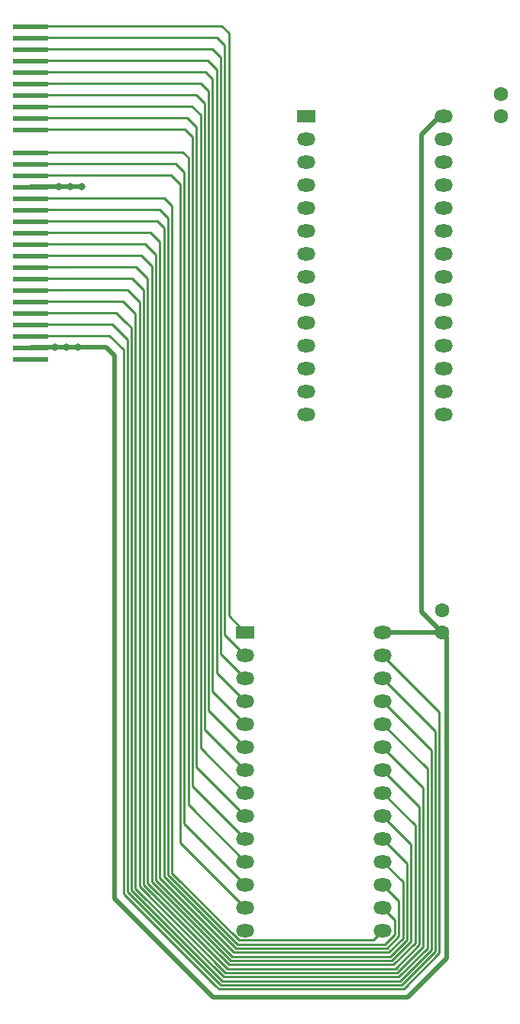
<source format=gbr>
%TF.GenerationSoftware,KiCad,Pcbnew,(5.99.0-7356-g63088e8bdb)*%
%TF.CreationDate,2020-12-15T21:10:04+08:00*%
%TF.ProjectId,Cartdrige,43617274-6472-4696-9765-2e6b69636164,rev?*%
%TF.SameCoordinates,Original*%
%TF.FileFunction,Copper,L1,Top*%
%TF.FilePolarity,Positive*%
%FSLAX46Y46*%
G04 Gerber Fmt 4.6, Leading zero omitted, Abs format (unit mm)*
G04 Created by KiCad (PCBNEW (5.99.0-7356-g63088e8bdb)) date 2020-12-15 21:10:04*
%MOMM*%
%LPD*%
G01*
G04 APERTURE LIST*
%TA.AperFunction,ConnectorPad*%
%ADD10R,4.000000X0.560000*%
%TD*%
%TA.AperFunction,ComponentPad*%
%ADD11R,2.000000X1.440000*%
%TD*%
%TA.AperFunction,ComponentPad*%
%ADD12O,2.000000X1.440000*%
%TD*%
%TA.AperFunction,ComponentPad*%
%ADD13C,1.600000*%
%TD*%
%TA.AperFunction,ViaPad*%
%ADD14C,0.800000*%
%TD*%
%TA.AperFunction,Conductor*%
%ADD15C,0.500000*%
%TD*%
%TA.AperFunction,Conductor*%
%ADD16C,0.250000*%
%TD*%
G04 APERTURE END LIST*
D10*
%TO.P,J1,1,Pin_1*%
%TO.N,/AA14*%
X112054000Y-36795000D03*
%TO.P,J1,3,Pin_3*%
%TO.N,/AA12*%
X112054000Y-38065000D03*
%TO.P,J1,5,Pin_5*%
%TO.N,/AA7*%
X112054000Y-39335000D03*
%TO.P,J1,7,Pin_7*%
%TO.N,/AA6*%
X112054000Y-40605000D03*
%TO.P,J1,9,Pin_9*%
%TO.N,/AA5*%
X112054000Y-41875000D03*
%TO.P,J1,11,Pin_11*%
%TO.N,/AA4*%
X112054000Y-43145000D03*
%TO.P,J1,13,Pin_13*%
%TO.N,/AA3*%
X112054000Y-44415000D03*
%TO.P,J1,15,Pin_15*%
%TO.N,/AA2*%
X112054000Y-45685000D03*
%TO.P,J1,17,Pin_17*%
%TO.N,/AA1*%
X112054000Y-46955000D03*
%TO.P,J1,19,Pin_19*%
%TO.N,/AA0*%
X112054000Y-48225000D03*
%TO.P,J1,23,Pin_23*%
%TO.N,/DA0*%
X112054000Y-50765000D03*
%TO.P,J1,25,Pin_25*%
%TO.N,/DA1*%
X112054000Y-52035000D03*
%TO.P,J1,27,Pin_27*%
%TO.N,/DA2*%
X112054000Y-53305000D03*
%TO.P,J1,29,Pin_29*%
%TO.N,GND*%
X112054000Y-54575000D03*
%TO.P,J1,31,Pin_31*%
%TO.N,/DA3*%
X112054000Y-55845000D03*
%TO.P,J1,33,Pin_33*%
%TO.N,/DA4*%
X112054000Y-57115000D03*
%TO.P,J1,35,Pin_35*%
%TO.N,/DA5*%
X112054000Y-58385000D03*
%TO.P,J1,37,Pin_37*%
%TO.N,/DA6*%
X112054000Y-59655000D03*
%TO.P,J1,39,Pin_39*%
%TO.N,/DA7*%
X112054000Y-60925000D03*
%TO.P,J1,41,Pin_41*%
%TO.N,CSA*%
X112054000Y-62195000D03*
%TO.P,J1,43,Pin_43*%
%TO.N,/AA10*%
X112054000Y-63465000D03*
%TO.P,J1,45,Pin_45*%
%TO.N,OEA*%
X112054000Y-64735000D03*
%TO.P,J1,47,Pin_47*%
%TO.N,/AA11*%
X112054000Y-66005000D03*
%TO.P,J1,49,Pin_49*%
%TO.N,/AA9*%
X112054000Y-67275000D03*
%TO.P,J1,51,Pin_51*%
%TO.N,/AA8*%
X112054000Y-68545000D03*
%TO.P,J1,53,Pin_53*%
%TO.N,/AA13*%
X112054000Y-69815000D03*
%TO.P,J1,55,Pin_55*%
%TO.N,WEA*%
X112054000Y-71085000D03*
%TO.P,J1,57,Pin_57*%
%TO.N,+5V*%
X112054000Y-72355000D03*
%TO.P,J1,59,Pin_59*%
%TO.N,no_connect_57*%
X112054000Y-73625000D03*
%TD*%
D11*
%TO.P,U2,1,A14*%
%TO.N,/AB14*%
X142596070Y-46737165D03*
D12*
%TO.P,U2,2,A12*%
%TO.N,/AB12*%
X142596070Y-49277165D03*
%TO.P,U2,3,A7*%
%TO.N,/AB7*%
X142596070Y-51817165D03*
%TO.P,U2,4,A6*%
%TO.N,/AB6*%
X142596070Y-54357165D03*
%TO.P,U2,5,A5*%
%TO.N,/AB5*%
X142596070Y-56897165D03*
%TO.P,U2,6,A4*%
%TO.N,/AB4*%
X142596070Y-59437165D03*
%TO.P,U2,7,A3*%
%TO.N,/AB3*%
X142596070Y-61977165D03*
%TO.P,U2,8,A2*%
%TO.N,/AB2*%
X142596070Y-64517165D03*
%TO.P,U2,9,A1*%
%TO.N,/AB1*%
X142596070Y-67057165D03*
%TO.P,U2,10,A0*%
%TO.N,/AB0*%
X142596070Y-69597165D03*
%TO.P,U2,11,D0*%
%TO.N,/DB0*%
X142596070Y-72137165D03*
%TO.P,U2,12,D1*%
%TO.N,/DB1*%
X142596070Y-74677165D03*
%TO.P,U2,13,D2*%
%TO.N,/DB2*%
X142596070Y-77217165D03*
%TO.P,U2,14,GND*%
%TO.N,GND*%
X142596070Y-79757165D03*
%TO.P,U2,15,D3*%
%TO.N,/DB3*%
X157836070Y-79757165D03*
%TO.P,U2,16,D4*%
%TO.N,/DB4*%
X157836070Y-77217165D03*
%TO.P,U2,17,D5*%
%TO.N,/DB5*%
X157836070Y-74677165D03*
%TO.P,U2,18,D6*%
%TO.N,/DB6*%
X157836070Y-72137165D03*
%TO.P,U2,19,D7*%
%TO.N,/DB7*%
X157836070Y-69597165D03*
%TO.P,U2,20,~CS*%
%TO.N,CSB*%
X157836070Y-67057165D03*
%TO.P,U2,21,A10*%
%TO.N,/AB10*%
X157836070Y-64517165D03*
%TO.P,U2,22,~OE*%
%TO.N,OEB*%
X157836070Y-61977165D03*
%TO.P,U2,23,A11*%
%TO.N,/AB11*%
X157836070Y-59437165D03*
%TO.P,U2,24,A9*%
%TO.N,/AB9*%
X157836070Y-56897165D03*
%TO.P,U2,25,A8*%
%TO.N,/AB8*%
X157836070Y-54357165D03*
%TO.P,U2,26,A13*%
%TO.N,/AB13*%
X157836070Y-51817165D03*
%TO.P,U2,27,~WE*%
%TO.N,WEB*%
X157836070Y-49277165D03*
%TO.P,U2,28,VCC*%
%TO.N,+5V*%
X157836070Y-46737165D03*
%TD*%
D11*
%TO.P,U1,1,A14*%
%TO.N,/AA14*%
X135890000Y-103886000D03*
D12*
%TO.P,U1,2,A12*%
%TO.N,/AA12*%
X135890000Y-106426000D03*
%TO.P,U1,3,A7*%
%TO.N,/AA7*%
X135890000Y-108966000D03*
%TO.P,U1,4,A6*%
%TO.N,/AA6*%
X135890000Y-111506000D03*
%TO.P,U1,5,A5*%
%TO.N,/AA5*%
X135890000Y-114046000D03*
%TO.P,U1,6,A4*%
%TO.N,/AA4*%
X135890000Y-116586000D03*
%TO.P,U1,7,A3*%
%TO.N,/AA3*%
X135890000Y-119126000D03*
%TO.P,U1,8,A2*%
%TO.N,/AA2*%
X135890000Y-121666000D03*
%TO.P,U1,9,A1*%
%TO.N,/AA1*%
X135890000Y-124206000D03*
%TO.P,U1,10,A0*%
%TO.N,/AA0*%
X135890000Y-126746000D03*
%TO.P,U1,11,D0*%
%TO.N,/DA0*%
X135890000Y-129286000D03*
%TO.P,U1,12,D1*%
%TO.N,/DA1*%
X135890000Y-131826000D03*
%TO.P,U1,13,D2*%
%TO.N,/DA2*%
X135890000Y-134366000D03*
%TO.P,U1,14,GND*%
%TO.N,GND*%
X135890000Y-136906000D03*
%TO.P,U1,15,D3*%
%TO.N,/DA3*%
X151130000Y-136906000D03*
%TO.P,U1,16,D4*%
%TO.N,/DA4*%
X151130000Y-134366000D03*
%TO.P,U1,17,D5*%
%TO.N,/DA5*%
X151130000Y-131826000D03*
%TO.P,U1,18,D6*%
%TO.N,/DA6*%
X151130000Y-129286000D03*
%TO.P,U1,19,D7*%
%TO.N,/DA7*%
X151130000Y-126746000D03*
%TO.P,U1,20,~CS*%
%TO.N,CSA*%
X151130000Y-124206000D03*
%TO.P,U1,21,A10*%
%TO.N,/AA10*%
X151130000Y-121666000D03*
%TO.P,U1,22,~OE*%
%TO.N,OEA*%
X151130000Y-119126000D03*
%TO.P,U1,23,A11*%
%TO.N,/AA11*%
X151130000Y-116586000D03*
%TO.P,U1,24,A9*%
%TO.N,/AA9*%
X151130000Y-114046000D03*
%TO.P,U1,25,A8*%
%TO.N,/AA8*%
X151130000Y-111506000D03*
%TO.P,U1,26,A13*%
%TO.N,/AA13*%
X151130000Y-108966000D03*
%TO.P,U1,27,~WE*%
%TO.N,WEA*%
X151130000Y-106426000D03*
%TO.P,U1,28,VCC*%
%TO.N,+5V*%
X151130000Y-103886000D03*
%TD*%
D13*
%TO.P,C2,1*%
%TO.N,+5V*%
X157734000Y-103886000D03*
%TO.P,C2,2*%
%TO.N,GND*%
X157734000Y-101386000D03*
%TD*%
%TO.P,C1,1*%
%TO.N,+5V*%
X164186070Y-46737165D03*
%TO.P,C1,2*%
%TO.N,GND*%
X164186070Y-44237165D03*
%TD*%
D14*
%TO.N,+5V*%
X114808000Y-72273000D03*
X117348000Y-72273000D03*
X116078000Y-72273000D03*
%TO.N,GND*%
X115179000Y-54493000D03*
X116449000Y-54493000D03*
X117719000Y-54493000D03*
%TD*%
D15*
%TO.N,+5V*%
X112136000Y-72273000D02*
X112054000Y-72355000D01*
X121412000Y-133350000D02*
X132334000Y-144272000D01*
X157734000Y-103886000D02*
X155448000Y-101600000D01*
X155448000Y-101600000D02*
X155448000Y-48768000D01*
X121412000Y-73212000D02*
X121412000Y-133350000D01*
X158242000Y-139954000D02*
X158242000Y-104394000D01*
X132334000Y-144272000D02*
X153924000Y-144272000D01*
X120473000Y-72273000D02*
X121412000Y-73212000D01*
X117348000Y-72273000D02*
X120473000Y-72273000D01*
X151130000Y-103886000D02*
X157734000Y-103886000D01*
X114808000Y-72273000D02*
X112136000Y-72273000D01*
X153924000Y-144272000D02*
X158242000Y-139954000D01*
X114808000Y-72273000D02*
X116078000Y-72273000D01*
X155448000Y-48768000D02*
X157480000Y-46736000D01*
X158242000Y-104394000D02*
X157855129Y-104007129D01*
X116078000Y-72273000D02*
X117348000Y-72273000D01*
D16*
%TO.N,WEA*%
X157405119Y-112701119D02*
X157405119Y-139389258D01*
X120533000Y-71003000D02*
X112054000Y-71003000D01*
X120800000Y-71000000D02*
X120536000Y-71000000D01*
X153443256Y-143351121D02*
X132940343Y-143351122D01*
X151130000Y-106426000D02*
X157405119Y-112701119D01*
X122356741Y-72556741D02*
X120800000Y-71000000D01*
X122600000Y-133010781D02*
X122356741Y-132767522D01*
X157405119Y-139389258D02*
X153443256Y-143351121D01*
X122600000Y-133014000D02*
X122600000Y-133010781D01*
X132588000Y-143002000D02*
X122600000Y-133014000D01*
X132940343Y-143351122D02*
X132591221Y-143002000D01*
X132591221Y-143002000D02*
X132588000Y-143002000D01*
X122356741Y-132767522D02*
X122356741Y-72556741D01*
X120536000Y-71000000D02*
X120533000Y-71003000D01*
%TO.N,/AA13*%
X156955109Y-114791109D02*
X151130000Y-108966000D01*
X153256855Y-142901112D02*
X156955109Y-139202858D01*
X133126743Y-142901112D02*
X153256855Y-142901112D01*
X112054000Y-69733000D02*
X121133000Y-69733000D01*
X123070364Y-132844733D02*
X133126743Y-142901112D01*
X123070360Y-132844733D02*
X123070364Y-132844733D01*
X156955109Y-139202858D02*
X156955109Y-114791109D01*
X122806750Y-71406750D02*
X122806750Y-132581123D01*
X121133000Y-69733000D02*
X122806750Y-71406750D01*
X122806750Y-132581123D02*
X123070360Y-132844733D01*
%TO.N,/AA8*%
X156505099Y-116881099D02*
X151130000Y-111506000D01*
X133313135Y-142451102D02*
X153070455Y-142451102D01*
X156505099Y-139016458D02*
X156505099Y-116881099D01*
X122696000Y-69596000D02*
X123256759Y-70156759D01*
X121549000Y-68463000D02*
X122682000Y-69596000D01*
X153070455Y-142451102D02*
X156505099Y-139016458D01*
X112054000Y-68463000D02*
X121549000Y-68463000D01*
X123256759Y-70156759D02*
X123256759Y-132394724D01*
X122682000Y-69596000D02*
X122696000Y-69596000D01*
X123256759Y-132394724D02*
X133313135Y-142451102D01*
%TO.N,/AA9*%
X123190000Y-68072000D02*
X123190000Y-68090000D01*
X133499536Y-142001093D02*
X152884047Y-142001092D01*
X123706768Y-68606768D02*
X123706768Y-132208323D01*
X112054000Y-67193000D02*
X122311000Y-67193000D01*
X152884047Y-142001092D02*
X156055089Y-138830058D01*
X156055089Y-118971089D02*
X151130000Y-114046000D01*
X156055089Y-138830058D02*
X156055089Y-118971089D01*
X122311000Y-67193000D02*
X123190000Y-68072000D01*
X123190000Y-68090000D02*
X123706768Y-68606768D01*
X123706768Y-132208323D02*
X133499536Y-142001093D01*
%TO.N,/AA11*%
X112054000Y-65923000D02*
X122819000Y-65923000D01*
X122819000Y-65923000D02*
X123444000Y-66548000D01*
X123448000Y-66548000D02*
X124156777Y-67256777D01*
X152697647Y-141551083D02*
X155605079Y-138643658D01*
X133685937Y-141551084D02*
X152697647Y-141551083D01*
X123444000Y-66548000D02*
X123448000Y-66548000D01*
X155605079Y-138643658D02*
X155605079Y-121061079D01*
X155605079Y-121061079D02*
X151130000Y-116586000D01*
X124156777Y-132021922D02*
X133685937Y-141551084D01*
X124156777Y-67256777D02*
X124156777Y-132021922D01*
D15*
%TO.N,GND*%
X117719000Y-54493000D02*
X116449000Y-54493000D01*
X115179000Y-54493000D02*
X112054000Y-54493000D01*
X116449000Y-54493000D02*
X115179000Y-54493000D01*
D16*
%TO.N,OEA*%
X124606786Y-131835521D02*
X133872338Y-141101075D01*
X123327000Y-64653000D02*
X124606786Y-65932786D01*
X152511247Y-141101074D02*
X155155069Y-138457258D01*
X155155069Y-138457258D02*
X155155069Y-123151069D01*
X133872338Y-141101075D02*
X152511247Y-141101074D01*
X155155069Y-123151069D02*
X151130000Y-119126000D01*
X124606786Y-65932786D02*
X124606786Y-131835521D01*
X112054000Y-64653000D02*
X123327000Y-64653000D01*
%TO.N,/AA10*%
X134058739Y-140651066D02*
X152324847Y-140651065D01*
X123783000Y-63383000D02*
X125056795Y-64656795D01*
X125056795Y-131649120D02*
X134058739Y-140651066D01*
X112054000Y-63383000D02*
X123783000Y-63383000D01*
X125056795Y-64656795D02*
X125056795Y-131649120D01*
X154705059Y-138270858D02*
X154705059Y-125241059D01*
X154705059Y-125241059D02*
X151130000Y-121666000D01*
X152324847Y-140651065D02*
X154705059Y-138270858D01*
%TO.N,CSA*%
X125506804Y-131462719D02*
X134245140Y-140201057D01*
X152138447Y-140201056D02*
X154255049Y-138084458D01*
X154255049Y-138084458D02*
X154255049Y-127331049D01*
X124313000Y-62113000D02*
X125506804Y-63306804D01*
X112054000Y-62113000D02*
X124313000Y-62113000D01*
X154255049Y-127331049D02*
X151130000Y-124206000D01*
X125506804Y-63306804D02*
X125506804Y-131462719D01*
X134245140Y-140201057D02*
X152138447Y-140201056D01*
%TO.N,/DA7*%
X112054000Y-60843000D02*
X124743000Y-60843000D01*
X153805039Y-137898058D02*
X153805039Y-129421039D01*
X151952048Y-139751047D02*
X153805039Y-137898058D01*
X125956813Y-62056813D02*
X125956813Y-131276318D01*
X153805039Y-129421039D02*
X151130000Y-126746000D01*
X125956813Y-131276318D02*
X134431541Y-139751048D01*
X124743000Y-60843000D02*
X125956813Y-62056813D01*
X134431541Y-139751048D02*
X151952048Y-139751047D01*
%TO.N,/DA6*%
X134617942Y-139301039D02*
X151765649Y-139301038D01*
X125373000Y-59573000D02*
X126406823Y-60606823D01*
X153355030Y-137711657D02*
X153355030Y-131511030D01*
X126406823Y-60606823D02*
X126406823Y-131089918D01*
X126406823Y-131089918D02*
X134617942Y-139301039D01*
X112054000Y-59573000D02*
X125373000Y-59573000D01*
X151765649Y-139301038D02*
X153355030Y-137711657D01*
X153355030Y-131511030D02*
X151130000Y-129286000D01*
%TO.N,/DA5*%
X151579248Y-138851029D02*
X152905020Y-137525257D01*
X126856833Y-130903518D02*
X126856833Y-59056833D01*
X126856833Y-130903518D02*
X134804342Y-138851029D01*
X126121000Y-58303000D02*
X112054000Y-58303000D01*
X151579246Y-138851029D02*
X134804341Y-138851028D01*
X126500000Y-58700000D02*
X126500000Y-58682000D01*
X151130000Y-131826000D02*
X152905020Y-133601020D01*
X152905019Y-137525258D02*
X152905020Y-133601020D01*
X152905019Y-137525258D02*
X151579246Y-138851029D01*
X134804342Y-138851029D02*
X151579248Y-138851029D01*
X126856833Y-59056833D02*
X126500000Y-58700000D01*
X126500000Y-58682000D02*
X126121000Y-58303000D01*
%TO.N,/DA4*%
X127306843Y-57964843D02*
X126375000Y-57033000D01*
X152455010Y-137338857D02*
X151392847Y-138401020D01*
X134990742Y-138401019D02*
X127306843Y-130717118D01*
X151392847Y-138401020D02*
X134990742Y-138401019D01*
X152455010Y-135691010D02*
X152455010Y-137338857D01*
X127306843Y-130717118D02*
X127306843Y-57964843D01*
X151130000Y-134366000D02*
X152455010Y-135691010D01*
X126375000Y-57033000D02*
X112054000Y-57033000D01*
%TO.N,/DA3*%
X112054000Y-55763000D02*
X126883000Y-55763000D01*
X135177143Y-137951010D02*
X150084990Y-137951010D01*
X150084990Y-137951010D02*
X151130000Y-136906000D01*
X127756852Y-130530719D02*
X135177143Y-137951010D01*
X126883000Y-55763000D02*
X127756852Y-56636852D01*
X127756852Y-56636852D02*
X127756852Y-130530719D01*
%TO.N,/DA2*%
X128656871Y-127132871D02*
X135890000Y-134366000D01*
X112054000Y-53223000D02*
X127645000Y-53223000D01*
X128656870Y-54234870D02*
X128656871Y-127132871D01*
X128656870Y-54234870D02*
X127645000Y-53223000D01*
%TO.N,/DA1*%
X129106880Y-52926880D02*
X129106880Y-125042880D01*
X129106880Y-125042880D02*
X135890000Y-131826000D01*
X129106880Y-52926880D02*
X128133000Y-51953000D01*
X128133000Y-51953000D02*
X112054000Y-51953000D01*
%TO.N,/DA0*%
X129556890Y-122952890D02*
X129556890Y-51324890D01*
X129556890Y-122952890D02*
X135890000Y-129286000D01*
X112054000Y-50683000D02*
X128915000Y-50683000D01*
X129556890Y-51324890D02*
X128915000Y-50683000D01*
%TO.N,/AA0*%
X130006900Y-118959310D02*
X130048000Y-119000410D01*
X130048000Y-120904000D02*
X135890000Y-126746000D01*
X130048000Y-119000410D02*
X130048000Y-120904000D01*
X130006900Y-48980900D02*
X130006900Y-118959310D01*
X112054000Y-48143000D02*
X129169000Y-48143000D01*
X129169000Y-48143000D02*
X130006900Y-48980900D01*
%TO.N,/AA1*%
X112054000Y-46873000D02*
X129423000Y-46873000D01*
X129423000Y-46873000D02*
X130456910Y-47906910D01*
X130456910Y-47906910D02*
X130456910Y-118772910D01*
X130456910Y-118772910D02*
X135890000Y-124206000D01*
%TO.N,/AA2*%
X112054000Y-45603000D02*
X129931000Y-45603000D01*
X130906920Y-116682920D02*
X135890000Y-121666000D01*
X130906920Y-46578920D02*
X130906920Y-116682920D01*
X129931000Y-45603000D02*
X130906920Y-46578920D01*
%TO.N,/AA3*%
X131356930Y-45250930D02*
X131356930Y-114592930D01*
X112054000Y-44333000D02*
X130439000Y-44333000D01*
X130439000Y-44333000D02*
X131356930Y-45250930D01*
X131356930Y-114592930D02*
X135890000Y-119126000D01*
%TO.N,/AA4*%
X130947000Y-43063000D02*
X131806940Y-43922940D01*
X131806940Y-43922940D02*
X131806940Y-112502940D01*
X131806940Y-112502940D02*
X135890000Y-116586000D01*
X112054000Y-43063000D02*
X130947000Y-43063000D01*
%TO.N,/AA5*%
X132256950Y-42594950D02*
X132256950Y-110412950D01*
X132256950Y-110412950D02*
X135890000Y-114046000D01*
X131455000Y-41793000D02*
X132256950Y-42594950D01*
X112054000Y-41793000D02*
X131455000Y-41793000D01*
%TO.N,/AA6*%
X132706960Y-108322960D02*
X135890000Y-111506000D01*
X132706960Y-41520960D02*
X132706960Y-108322960D01*
X131709000Y-40523000D02*
X132706960Y-41520960D01*
X112054000Y-40523000D02*
X131709000Y-40523000D01*
%TO.N,/AA7*%
X112054000Y-39253000D02*
X132217000Y-39253000D01*
X133156970Y-106232970D02*
X135890000Y-108966000D01*
X132217000Y-39253000D02*
X133156970Y-40192970D01*
X133156970Y-40192970D02*
X133156970Y-106232970D01*
%TO.N,/AA12*%
X132725000Y-37983000D02*
X133606980Y-38864980D01*
X133606980Y-38864980D02*
X133606980Y-104142980D01*
X133606980Y-104142980D02*
X135890000Y-106426000D01*
X112054000Y-37983000D02*
X132725000Y-37983000D01*
%TO.N,/AA14*%
X112054000Y-36713000D02*
X133233000Y-36713000D01*
X133233000Y-36713000D02*
X134056990Y-37536990D01*
X134056990Y-102052990D02*
X135890000Y-103886000D01*
X134056990Y-37536990D02*
X134056990Y-102052990D01*
%TD*%
M02*

</source>
